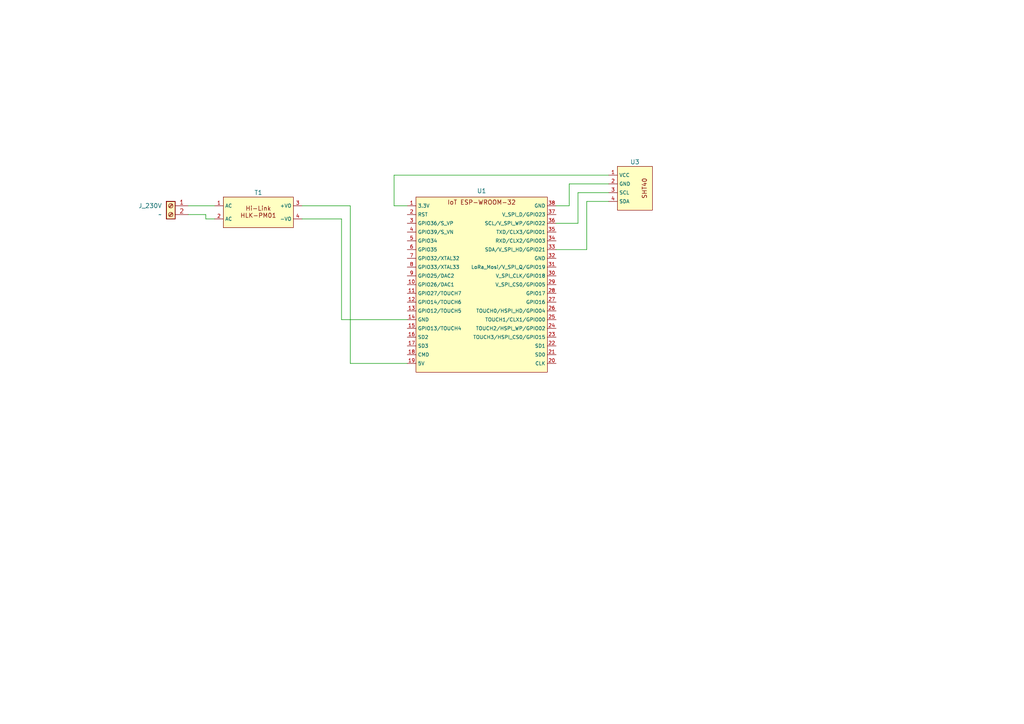
<source format=kicad_sch>
(kicad_sch (version 20250114) (generator "eeschema") (generator_version "9.0")
  (paper "A4")
  (title_block (title "Thermometer_OUT") (date "2025-09-10") (rev "0"))
  (lib_symbols
    (symbol "Connector:Screw_Terminal_01x02" (pin_names (offset 1.016) (hide yes))
      (property "Reference" "J" (at 0 2.54 0))
      (property "Value" "Screw_Terminal_01x02" (at 0 -5.08 0))
      (symbol "Screw_Terminal_01x02_1_1"
        (rectangle (start -1.27 1.27) (end 1.27 -3.81) (stroke (width 0.254)) (fill (type background)))
        (polyline (pts (xy -0.5334 0.3302) (xy 0.3302 -0.508)) (stroke (width 0.1524)))
        (polyline (pts (xy -0.5334 -2.2098) (xy 0.3302 -3.048)) (stroke (width 0.1524)))
        (polyline (pts (xy -0.3556 0.508) (xy 0.508 -0.3302)) (stroke (width 0.1524)))
        (polyline (pts (xy -0.3556 -2.032) (xy 0.508 -2.8702)) (stroke (width 0.1524)))
        (circle (center 0 0) (radius 0.635) (stroke (width 0.1524)))
        (circle (center 0 -2.54) (radius 0.635) (stroke (width 0.1524)))
        (pin passive line (at -5.08 0 0) (length 3.81) (name "Pin_1") (number "1"))
        (pin passive line (at -5.08 -2.54 0) (length 3.81) (name "Pin_2") (number "2"))
      )
    )
    (symbol "ESP32Library:ESP-WROOM-32"
      (property "Reference" "U" (at 0 0 0))
      (symbol "ESP-WROOM-32_1_1"
        (rectangle (start -19.05 -2.54) (end 19.05 -53.34) (fill (type background)))
        (text "IoT ESP-WROOM-32" (at 0 -4.064 0) (effects (font (size 1.27 1.27))))
        (pin power_out line (at -21.59 -5.08 0) (length 2.54) (name "3.3V") (number "1"))
        (pin bidirectional line (at -21.59 -7.62 0) (length 2.54) (name "RST") (number "2"))
        (pin bidirectional line (at -21.59 -10.16 0) (length 2.54) (name "GPIO36/S_VP") (number "3"))
        (pin bidirectional line (at -21.59 -12.7 0) (length 2.54) (name "GPIO39/S_VN") (number "4"))
        (pin bidirectional line (at -21.59 -15.24 0) (length 2.54) (name "GPIO34") (number "5"))
        (pin bidirectional line (at -21.59 -17.78 0) (length 2.54) (name "GPIO35") (number "6"))
        (pin bidirectional line (at -21.59 -20.32 0) (length 2.54) (name "GPIO32/XTAL32") (number "7"))
        (pin bidirectional line (at -21.59 -22.86 0) (length 2.54) (name "GPIO33/XTAL33") (number "8"))
        (pin bidirectional line (at -21.59 -25.4 0) (length 2.54) (name "GPIO25/DAC2") (number "9"))
        (pin bidirectional line (at -21.59 -27.94 0) (length 2.54) (name "GPIO26/DAC1") (number "10"))
        (pin bidirectional line (at -21.59 -30.48 0) (length 2.54) (name "GPIO27/TOUCH7") (number "11"))
        (pin bidirectional line (at -21.59 -33.02 0) (length 2.54) (name "GPIO14/TOUCH6") (number "12"))
        (pin bidirectional line (at -21.59 -35.56 0) (length 2.54) (name "GPIO12/TOUCH5") (number "13"))
        (pin power_in line (at -21.59 -38.1 0) (length 2.54) (name "GND") (number "14"))
        (pin bidirectional line (at -21.59 -40.64 0) (length 2.54) (name "GPIO13/TOUCH4") (number "15"))
        (pin bidirectional line (at -21.59 -43.18 0) (length 2.54) (name "SD2") (number "16"))
        (pin bidirectional line (at -21.59 -45.72 0) (length 2.54) (name "SD3") (number "17"))
        (pin bidirectional line (at -21.59 -48.26 0) (length 2.54) (name "CMD") (number "18"))
        (pin power_in line (at -21.59 -50.8 0) (length 2.54) (name "5V") (number "19"))
        (pin power_in line (at 21.59 -5.08 180) (length 2.54) (name "GND") (number "38"))
        (pin bidirectional line (at 21.59 -7.62 180) (length 2.54) (name "V_SPI_D/GPIO23") (number "37"))
        (pin bidirectional line (at 21.59 -10.16 180) (length 2.54) (name "SCL/V_SPI_WP/GPIO22") (number "36"))
        (pin bidirectional line (at 21.59 -12.7 180) (length 2.54) (name "TXD/CLX3/GPIO01") (number "35"))
        (pin bidirectional line (at 21.59 -15.24 180) (length 2.54) (name "RXD/CLX2/GPIO03") (number "34"))
        (pin bidirectional line (at 21.59 -17.78 180) (length 2.54) (name "SDA/V_SPI_HD/GPIO21") (number "33"))
        (pin bidirectional line (at 21.59 -20.32 180) (length 2.54) (name "GND") (number "32"))
        (pin bidirectional line (at 21.59 -22.86 180) (length 2.54) (name "LoRa_Mosi/V_SPI_Q/GPIO19") (number "31"))
        (pin bidirectional line (at 21.59 -25.4 180) (length 2.54) (name "V_SPI_CLK/GPIO18") (number "30"))
        (pin bidirectional line (at 21.59 -27.94 180) (length 2.54) (name "V_SPI_CS0/GPIO05") (number "29"))
        (pin bidirectional line (at 21.59 -30.48 180) (length 2.54) (name "GPIO17") (number "28"))
        (pin bidirectional line (at 21.59 -33.02 180) (length 2.54) (name "GPIO16") (number "27"))
        (pin bidirectional line (at 21.59 -35.56 180) (length 2.54) (name "TOUCH0/HSPI_HD/GPIO04") (number "26"))
        (pin bidirectional line (at 21.59 -38.1 180) (length 2.54) (name "TOUCH1/CLX1/GPIO00") (number "25"))
        (pin bidirectional line (at 21.59 -40.64 180) (length 2.54) (name "TOUCH2/HSPI_WP/GPIO02") (number "24"))
        (pin bidirectional line (at 21.59 -43.18 180) (length 2.54) (name "TOUCH3/HSPI_CS0/GPIO15") (number "23"))
        (pin bidirectional line (at 21.59 -45.72 180) (length 2.54) (name "SD1") (number "22"))
        (pin bidirectional line (at 21.59 -48.26 180) (length 2.54) (name "SD0") (number "21"))
        (pin bidirectional line (at 21.59 -50.8 180) (length 2.54) (name "CLK") (number "20"))
      )
    )
    (symbol "PowerSupplyLibrary:HLK-PM01"
      (property "Reference" "T" (at 0 0 0))
      (symbol "HLK-PM01_1_1"
        (rectangle (start -10.16 -1.27) (end 10.16 -10.16) (fill (type background)))
        (text "Hi-Link\nHLK-PM01" (at 0 -5.588 0) (effects (font (size 1.27 1.27))))
        (pin power_in line (at -12.7 -3.81 0) (length 2.54) (name "AC") (number "1"))
        (pin power_in line (at -12.7 -7.62 0) (length 2.54) (name "AC") (number "2"))
        (pin power_out line (at 12.7 -3.81 180) (length 2.54) (name "+VO") (number "3"))
        (pin power_out line (at 12.7 -7.62 180) (length 2.54) (name "-VO") (number "4"))
      )
    )
    (symbol "SensorLibrary:SHT40"
      (property "Reference" "U" (at 0 0 0))
      (symbol "SHT40_1_1"
        (rectangle (start -5.08 -2.54) (end 5.08 -15.24) (fill (type background)))
        (text "SHT40" (at -2.794 -8.89 900) (effects (font (size 1.27 1.27))))
        (pin power_in line (at 7.62 -5.08 180) (length 2.54) (name "VCC") (number "1"))
        (pin power_in line (at 7.62 -7.62 180) (length 2.54) (name "GND") (number "2"))
        (pin power_in line (at 7.62 -10.16 180) (length 2.54) (name "SCL") (number "3"))
        (pin power_in line (at 7.62 -12.7 180) (length 2.54) (name "SDA") (number "4"))
      )
    )
  )
  (wire (pts (xy 165.1 59.69) (xy 161.29 59.69)))
  (wire (pts (xy 87.63 59.69) (xy 101.6 59.69)))
  (wire (pts (xy 101.6 59.69) (xy 101.6 105.41)))
  (wire (pts (xy 101.6 105.41) (xy 118.11 105.41)))
  (wire (pts (xy 165.1 53.34) (xy 165.1 59.69)))
  (wire (pts (xy 170.18 58.42) (xy 170.18 72.39)))
  (wire (pts (xy 176.53 58.42) (xy 170.18 58.42)))
  (wire (pts (xy 87.63 63.5) (xy 99.06 63.5)))
  (wire (pts (xy 176.53 55.88) (xy 167.64 55.88)))
  (wire (pts (xy 99.06 63.5) (xy 99.06 92.71)))
  (wire (pts (xy 114.3 50.8) (xy 114.3 59.69)))
  (wire (pts (xy 99.06 92.71) (xy 118.11 92.71)))
  (wire (pts (xy 54.61 59.69) (xy 62.23 59.69)))
  (wire (pts (xy 59.69 63.5) (xy 62.23 63.5)))
  (wire (pts (xy 170.18 72.39) (xy 161.29 72.39)))
  (wire (pts (xy 54.61 62.23) (xy 59.69 62.23)))
  (wire (pts (xy 114.3 59.69) (xy 118.11 59.69)))
  (wire (pts (xy 176.53 50.8) (xy 114.3 50.8)))
  (wire (pts (xy 59.69 62.23) (xy 59.69 63.5)))
  (wire (pts (xy 167.64 64.77) (xy 161.29 64.77)))
  (wire (pts (xy 176.53 53.34) (xy 165.1 53.34)))
  (wire (pts (xy 167.64 55.88) (xy 167.64 64.77)))
  (symbol (lib_id "ESP32Library:ESP-WROOM-32") (at 139.7 54.61 0) (unit 1)
    (property "Reference" "U1" (at 139.7 55.372 0))
  )
  (symbol (lib_id "SensorLibrary:SHT40") (at 184.15 45.72 0) (mirror y) (unit 1)
    (property "Reference" "U3" (at 184.15 46.99 0))
  )
  (symbol (lib_id "PowerSupplyLibrary:HLK-PM01") (at 74.93 55.88 0) (unit 1)
    (property "Reference" "T1" (at 74.93 55.88 0))
  )
  (symbol (lib_id "Connector:Screw_Terminal_01x02") (at 49.53 59.69 0) (mirror y) (unit 1)
    (property "Reference" "J_230V" (at 46.99 59.6899 0) (effects (justify left)))
    (property "Value" "~" (at 46.99 62.2299 0) (effects (justify left)))
    (property "Description" "Generic screw terminal, single row, 01x02, script generated (kicad-library-utils/schlib/autogen/connector/)" (effects (hide yes)))
  )
)
</source>
